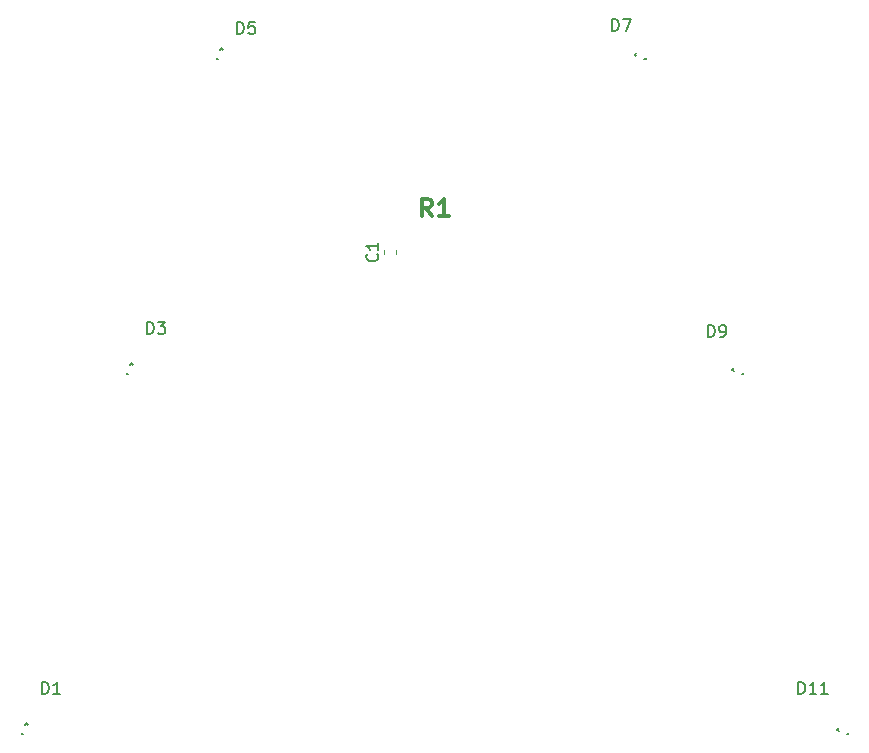
<source format=gbr>
G04 #@! TF.GenerationSoftware,KiCad,Pcbnew,(5.0.2)-1*
G04 #@! TF.CreationDate,2020-06-10T19:39:01-05:00*
G04 #@! TF.ProjectId,Top_Hardware,546f705f-4861-4726-9477-6172652e6b69,rev?*
G04 #@! TF.SameCoordinates,Original*
G04 #@! TF.FileFunction,Legend,Top*
G04 #@! TF.FilePolarity,Positive*
%FSLAX46Y46*%
G04 Gerber Fmt 4.6, Leading zero omitted, Abs format (unit mm)*
G04 Created by KiCad (PCBNEW (5.0.2)-1) date 6/10/2020 7:39:01 PM*
%MOMM*%
%LPD*%
G01*
G04 APERTURE LIST*
%ADD10C,0.300000*%
%ADD11C,0.120000*%
%ADD12C,0.150000*%
G04 APERTURE END LIST*
D10*
X141990000Y-81958571D02*
X141490000Y-81244285D01*
X141132857Y-81958571D02*
X141132857Y-80458571D01*
X141704285Y-80458571D01*
X141847142Y-80530000D01*
X141918571Y-80601428D01*
X141990000Y-80744285D01*
X141990000Y-80958571D01*
X141918571Y-81101428D01*
X141847142Y-81172857D01*
X141704285Y-81244285D01*
X141132857Y-81244285D01*
X143418571Y-81958571D02*
X142561428Y-81958571D01*
X142990000Y-81958571D02*
X142990000Y-80458571D01*
X142847142Y-80672857D01*
X142704285Y-80815714D01*
X142561428Y-80887142D01*
D11*
G04 #@! TO.C,C1*
X137920000Y-85148267D02*
X137920000Y-84805733D01*
X138940000Y-85148267D02*
X138940000Y-84805733D01*
D12*
G04 #@! TO.C,D1*
X107254000Y-125664000D02*
X107254000Y-125791000D01*
X107254000Y-125791000D02*
X107381000Y-125791000D01*
X107508000Y-125003600D02*
X107635000Y-124876600D01*
X107635000Y-124876600D02*
X107762000Y-125003600D01*
G04 #@! TO.C,D3*
X116144000Y-95184000D02*
X116144000Y-95311000D01*
X116144000Y-95311000D02*
X116271000Y-95311000D01*
X116398000Y-94523600D02*
X116525000Y-94396600D01*
X116525000Y-94396600D02*
X116652000Y-94523600D01*
G04 #@! TO.C,D5*
X123764000Y-68514000D02*
X123764000Y-68641000D01*
X123764000Y-68641000D02*
X123891000Y-68641000D01*
X124018000Y-67853600D02*
X124145000Y-67726600D01*
X124145000Y-67726600D02*
X124272000Y-67853600D01*
G04 #@! TO.C,D7*
X159954000Y-68641000D02*
X160081000Y-68641000D01*
X160081000Y-68641000D02*
X160081000Y-68514000D01*
X159293600Y-68387000D02*
X159166600Y-68260000D01*
X159166600Y-68260000D02*
X159293600Y-68133000D01*
G04 #@! TO.C,D9*
X168209000Y-95311000D02*
X168336000Y-95311000D01*
X168336000Y-95311000D02*
X168336000Y-95184000D01*
X167548600Y-95057000D02*
X167421600Y-94930000D01*
X167421600Y-94930000D02*
X167548600Y-94803000D01*
G04 #@! TO.C,D11*
X177099000Y-125791000D02*
X177226000Y-125791000D01*
X177226000Y-125791000D02*
X177226000Y-125664000D01*
X176438600Y-125537000D02*
X176311600Y-125410000D01*
X176311600Y-125410000D02*
X176438600Y-125283000D01*
G04 #@! TO.C,C1*
X137357142Y-85143666D02*
X137404761Y-85191285D01*
X137452380Y-85334142D01*
X137452380Y-85429380D01*
X137404761Y-85572238D01*
X137309523Y-85667476D01*
X137214285Y-85715095D01*
X137023809Y-85762714D01*
X136880952Y-85762714D01*
X136690476Y-85715095D01*
X136595238Y-85667476D01*
X136500000Y-85572238D01*
X136452380Y-85429380D01*
X136452380Y-85334142D01*
X136500000Y-85191285D01*
X136547619Y-85143666D01*
X137452380Y-84191285D02*
X137452380Y-84762714D01*
X137452380Y-84477000D02*
X136452380Y-84477000D01*
X136595238Y-84572238D01*
X136690476Y-84667476D01*
X136738095Y-84762714D01*
G04 #@! TO.C,D1*
X108989904Y-122372380D02*
X108989904Y-121372380D01*
X109228000Y-121372380D01*
X109370857Y-121420000D01*
X109466095Y-121515238D01*
X109513714Y-121610476D01*
X109561333Y-121800952D01*
X109561333Y-121943809D01*
X109513714Y-122134285D01*
X109466095Y-122229523D01*
X109370857Y-122324761D01*
X109228000Y-122372380D01*
X108989904Y-122372380D01*
X110513714Y-122372380D02*
X109942285Y-122372380D01*
X110228000Y-122372380D02*
X110228000Y-121372380D01*
X110132761Y-121515238D01*
X110037523Y-121610476D01*
X109942285Y-121658095D01*
G04 #@! TO.C,D3*
X117879904Y-91892380D02*
X117879904Y-90892380D01*
X118118000Y-90892380D01*
X118260857Y-90940000D01*
X118356095Y-91035238D01*
X118403714Y-91130476D01*
X118451333Y-91320952D01*
X118451333Y-91463809D01*
X118403714Y-91654285D01*
X118356095Y-91749523D01*
X118260857Y-91844761D01*
X118118000Y-91892380D01*
X117879904Y-91892380D01*
X118784666Y-90892380D02*
X119403714Y-90892380D01*
X119070380Y-91273333D01*
X119213238Y-91273333D01*
X119308476Y-91320952D01*
X119356095Y-91368571D01*
X119403714Y-91463809D01*
X119403714Y-91701904D01*
X119356095Y-91797142D01*
X119308476Y-91844761D01*
X119213238Y-91892380D01*
X118927523Y-91892380D01*
X118832285Y-91844761D01*
X118784666Y-91797142D01*
G04 #@! TO.C,D5*
X125499904Y-66492380D02*
X125499904Y-65492380D01*
X125738000Y-65492380D01*
X125880857Y-65540000D01*
X125976095Y-65635238D01*
X126023714Y-65730476D01*
X126071333Y-65920952D01*
X126071333Y-66063809D01*
X126023714Y-66254285D01*
X125976095Y-66349523D01*
X125880857Y-66444761D01*
X125738000Y-66492380D01*
X125499904Y-66492380D01*
X126976095Y-65492380D02*
X126499904Y-65492380D01*
X126452285Y-65968571D01*
X126499904Y-65920952D01*
X126595142Y-65873333D01*
X126833238Y-65873333D01*
X126928476Y-65920952D01*
X126976095Y-65968571D01*
X127023714Y-66063809D01*
X127023714Y-66301904D01*
X126976095Y-66397142D01*
X126928476Y-66444761D01*
X126833238Y-66492380D01*
X126595142Y-66492380D01*
X126499904Y-66444761D01*
X126452285Y-66397142D01*
G04 #@! TO.C,D7*
X157249904Y-66238380D02*
X157249904Y-65238380D01*
X157488000Y-65238380D01*
X157630857Y-65286000D01*
X157726095Y-65381238D01*
X157773714Y-65476476D01*
X157821333Y-65666952D01*
X157821333Y-65809809D01*
X157773714Y-66000285D01*
X157726095Y-66095523D01*
X157630857Y-66190761D01*
X157488000Y-66238380D01*
X157249904Y-66238380D01*
X158154666Y-65238380D02*
X158821333Y-65238380D01*
X158392761Y-66238380D01*
G04 #@! TO.C,D9*
X165377904Y-92146380D02*
X165377904Y-91146380D01*
X165616000Y-91146380D01*
X165758857Y-91194000D01*
X165854095Y-91289238D01*
X165901714Y-91384476D01*
X165949333Y-91574952D01*
X165949333Y-91717809D01*
X165901714Y-91908285D01*
X165854095Y-92003523D01*
X165758857Y-92098761D01*
X165616000Y-92146380D01*
X165377904Y-92146380D01*
X166425523Y-92146380D02*
X166616000Y-92146380D01*
X166711238Y-92098761D01*
X166758857Y-92051142D01*
X166854095Y-91908285D01*
X166901714Y-91717809D01*
X166901714Y-91336857D01*
X166854095Y-91241619D01*
X166806476Y-91194000D01*
X166711238Y-91146380D01*
X166520761Y-91146380D01*
X166425523Y-91194000D01*
X166377904Y-91241619D01*
X166330285Y-91336857D01*
X166330285Y-91574952D01*
X166377904Y-91670190D01*
X166425523Y-91717809D01*
X166520761Y-91765428D01*
X166711238Y-91765428D01*
X166806476Y-91717809D01*
X166854095Y-91670190D01*
X166901714Y-91574952D01*
G04 #@! TO.C,D11*
X173029714Y-122372380D02*
X173029714Y-121372380D01*
X173267809Y-121372380D01*
X173410666Y-121420000D01*
X173505904Y-121515238D01*
X173553523Y-121610476D01*
X173601142Y-121800952D01*
X173601142Y-121943809D01*
X173553523Y-122134285D01*
X173505904Y-122229523D01*
X173410666Y-122324761D01*
X173267809Y-122372380D01*
X173029714Y-122372380D01*
X174553523Y-122372380D02*
X173982095Y-122372380D01*
X174267809Y-122372380D02*
X174267809Y-121372380D01*
X174172571Y-121515238D01*
X174077333Y-121610476D01*
X173982095Y-121658095D01*
X175505904Y-122372380D02*
X174934476Y-122372380D01*
X175220190Y-122372380D02*
X175220190Y-121372380D01*
X175124952Y-121515238D01*
X175029714Y-121610476D01*
X174934476Y-121658095D01*
G04 #@! TD*
M02*

</source>
